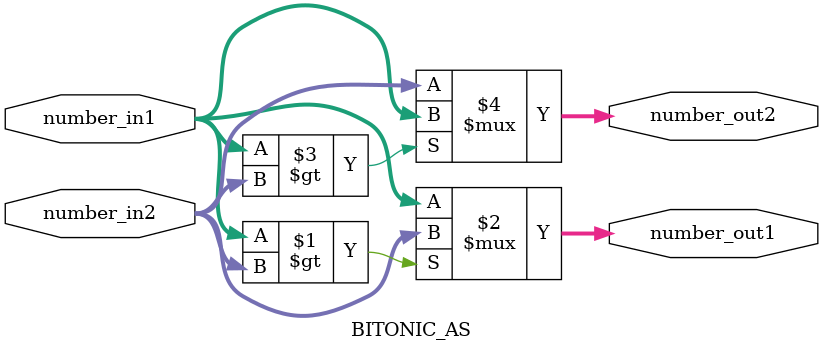
<source format=v>
module BITONIC_AS(number_in1, number_in2, number_out1, number_out2);
input  [7:0] number_in1;
input  [7:0] number_in2;
output [7:0] number_out1;
output [7:0] number_out2;

assign number_out1 = (number_in1 > number_in2) ? number_in2 : number_in1;
assign number_out2 = (number_in1 > number_in2) ? number_in1 : number_in2;

endmodule
</source>
